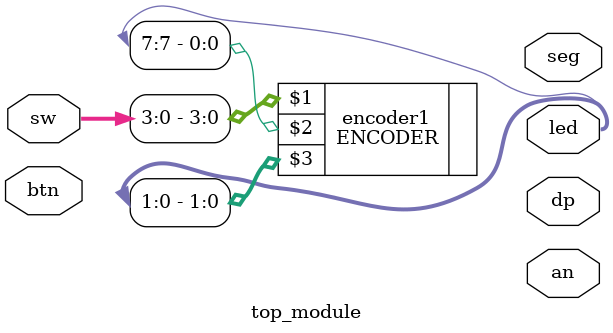
<source format=v>
`timescale 1ns / 1ps
module top_module( sw , btn, led, seg, dp,  an);

input [7:0]sw;
input [3:0]btn;
output [7:0] led;
output [6:0] seg;
output dp;
output [3:0] an;


//DECODER decoder1(  sw[3:0], {dp, seg, led} );
//assign an = 4'b1110;
//
ENCODER encoder1(sw[3:0],led[7:7] ,led[1:0]);

//MUX mux1(sw[3:0],btn[1:0],led[0:0]);

//DEMUX demux1(sw[0:0],btn[1:0],led[3:0]);
endmodule

</source>
